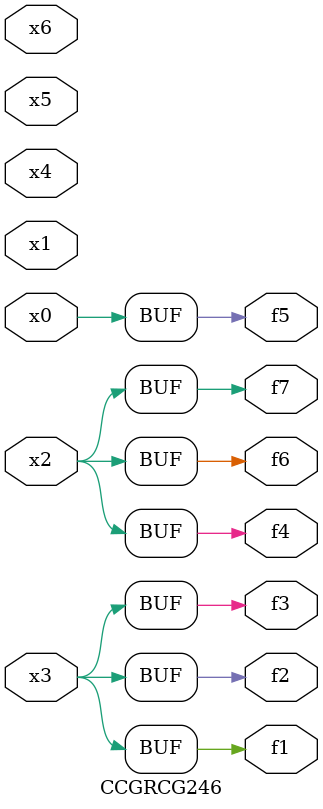
<source format=v>
module CCGRCG246(
	input x0, x1, x2, x3, x4, x5, x6,
	output f1, f2, f3, f4, f5, f6, f7
);
	assign f1 = x3;
	assign f2 = x3;
	assign f3 = x3;
	assign f4 = x2;
	assign f5 = x0;
	assign f6 = x2;
	assign f7 = x2;
endmodule

</source>
